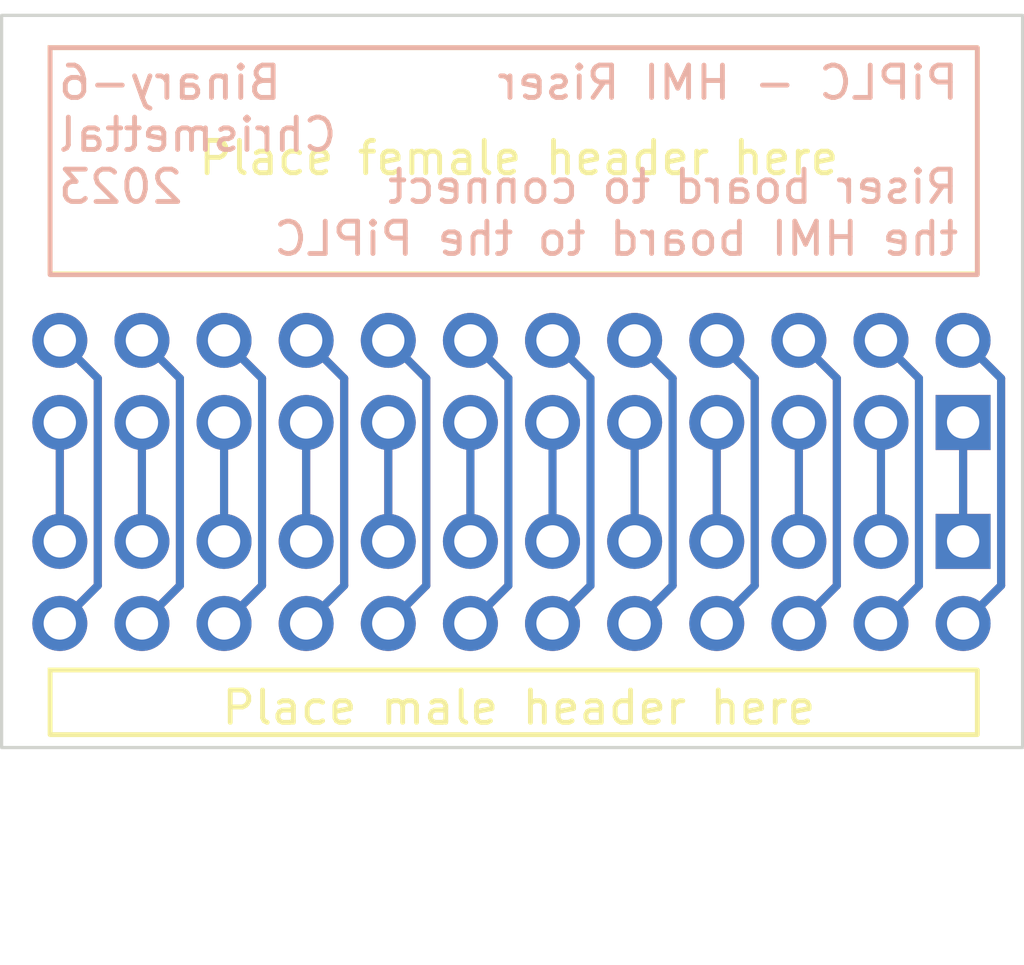
<source format=kicad_pcb>
(kicad_pcb (version 20221018) (generator pcbnew)
  (layers (0 "F.Cu" signal) (31 "B.Cu" signal) (34 "B.Paste" user) (35 "F.Paste" user) (36 "B.SilkS" user "B.Silkscreen") (37 "F.SilkS" user "F.Silkscreen") (38 "B.Mask" user) (39 "F.Mask" user) (44 "Edge.Cuts" user))
  (net 0 "")
  (net 1 "Net-(J1-Pin_1)")
  (net 2 "Net-(J1-Pin_2)")
  (net 3 "Net-(J1-Pin_3)")
  (net 4 "Net-(J1-Pin_4)")
  (net 5 "Net-(J1-Pin_5)")
  (net 6 "Net-(J1-Pin_6)")
  (net 7 "Net-(J1-Pin_7)")
  (net 8 "Net-(J1-Pin_8)")
  (net 9 "Net-(J1-Pin_9)")
  (net 10 "Net-(J1-Pin_10)")
  (net 11 "Net-(J1-Pin_11)")
  (net 12 "Net-(J1-Pin_12)")
  (net 13 "Net-(J1-Pin_13)")
  (net 14 "Net-(J1-Pin_14)")
  (net 15 "Net-(J1-Pin_15)")
  (net 16 "Net-(J1-Pin_16)")
  (net 17 "Net-(J1-Pin_17)")
  (net 18 "Net-(J1-Pin_18)")
  (net 19 "Net-(J1-Pin_19)")
  (net 20 "Net-(J1-Pin_20)")
  (net 21 "Net-(J1-Pin_21)")
  (net 22 "Net-(J1-Pin_22)")
  (net 23 "Net-(J1-Pin_23)")
  (net 24 "Net-(J1-Pin_24)")
  (footprint "Connector_PinHeader_2.54mm:PinHeader_2x12_P2.54mm_Horizontal" (layer "F.Cu") (at 136.94 101.68 -90)
    (fp_text reference "J1" hide)
    (fp_text value "Male" hide)
    (pad "1" thru_hole rect (at 0 0 270) (size 1.7 1.7) (drill 1) (layers "*.Cu" "*.Mask") (net 1 "Net-(J1-Pin_1)"))
    (pad "2" thru_hole oval (at 2.54 0 270) (size 1.7 1.7) (drill 1) (layers "*.Cu" "*.Mask") (net 2 "Net-(J1-Pin_2)"))
    (pad "3" thru_hole oval (at 0 2.54 270) (size 1.7 1.7) (drill 1) (layers "*.Cu" "*.Mask") (net 3 "Net-(J1-Pin_3)"))
    (pad "4" thru_hole oval (at 2.54 2.54 270) (size 1.7 1.7) (drill 1) (layers "*.Cu" "*.Mask") (net 4 "Net-(J1-Pin_4)"))
    (pad "5" thru_hole oval (at 0 5.08 270) (size 1.7 1.7) (drill 1) (layers "*.Cu" "*.Mask") (net 5 "Net-(J1-Pin_5)"))
    (pad "6" thru_hole oval (at 2.54 5.08 270) (size 1.7 1.7) (drill 1) (layers "*.Cu" "*.Mask") (net 6 "Net-(J1-Pin_6)"))
    (pad "7" thru_hole oval (at 0 7.62 270) (size 1.7 1.7) (drill 1) (layers "*.Cu" "*.Mask") (net 7 "Net-(J1-Pin_7)"))
    (pad "8" thru_hole oval (at 2.54 7.62 270) (size 1.7 1.7) (drill 1) (layers "*.Cu" "*.Mask") (net 8 "Net-(J1-Pin_8)"))
    (pad "9" thru_hole oval (at 0 10.16 270) (size 1.7 1.7) (drill 1) (layers "*.Cu" "*.Mask") (net 9 "Net-(J1-Pin_9)"))
    (pad "10" thru_hole oval (at 2.54 10.16 270) (size 1.7 1.7) (drill 1) (layers "*.Cu" "*.Mask") (net 10 "Net-(J1-Pin_10)"))
    (pad "11" thru_hole oval (at 0 12.7 270) (size 1.7 1.7) (drill 1) (layers "*.Cu" "*.Mask") (net 11 "Net-(J1-Pin_11)"))
    (pad "12" thru_hole oval (at 2.54 12.7 270) (size 1.7 1.7) (drill 1) (layers "*.Cu" "*.Mask") (net 12 "Net-(J1-Pin_12)"))
    (pad "13" thru_hole oval (at 0 15.24 270) (size 1.7 1.7) (drill 1) (layers "*.Cu" "*.Mask") (net 13 "Net-(J1-Pin_13)"))
    (pad "14" thru_hole oval (at 2.54 15.24 270) (size 1.7 1.7) (drill 1) (layers "*.Cu" "*.Mask") (net 14 "Net-(J1-Pin_14)"))
    (pad "15" thru_hole oval (at 0 17.78 270) (size 1.7 1.7) (drill 1) (layers "*.Cu" "*.Mask") (net 15 "Net-(J1-Pin_15)"))
    (pad "16" thru_hole oval (at 2.54 17.78 270) (size 1.7 1.7) (drill 1) (layers "*.Cu" "*.Mask") (net 16 "Net-(J1-Pin_16)"))
    (pad "17" thru_hole oval (at 0 20.32 270) (size 1.7 1.7) (drill 1) (layers "*.Cu" "*.Mask") (net 17 "Net-(J1-Pin_17)"))
    (pad "18" thru_hole oval (at 2.54 20.32 270) (size 1.7 1.7) (drill 1) (layers "*.Cu" "*.Mask") (net 18 "Net-(J1-Pin_18)"))
    (pad "19" thru_hole oval (at 0 22.86 270) (size 1.7 1.7) (drill 1) (layers "*.Cu" "*.Mask") (net 19 "Net-(J1-Pin_19)"))
    (pad "20" thru_hole oval (at 2.54 22.86 270) (size 1.7 1.7) (drill 1) (layers "*.Cu" "*.Mask") (net 20 "Net-(J1-Pin_20)"))
    (pad "21" thru_hole oval (at 0 25.4 270) (size 1.7 1.7) (drill 1) (layers "*.Cu" "*.Mask") (net 21 "Net-(J1-Pin_21)"))
    (pad "22" thru_hole oval (at 2.54 25.4 270) (size 1.7 1.7) (drill 1) (layers "*.Cu" "*.Mask") (net 22 "Net-(J1-Pin_22)"))
    (pad "23" thru_hole oval (at 0 27.94 270) (size 1.7 1.7) (drill 1) (layers "*.Cu" "*.Mask") (net 23 "Net-(J1-Pin_23)"))
    (pad "24" thru_hole oval (at 2.54 27.94 270) (size 1.7 1.7) (drill 1) (layers "*.Cu" "*.Mask") (net 24 "Net-(J1-Pin_24)"))
  )
  (footprint "Connector_PinSocket_2.54mm:PinSocket_2x12_P2.54mm_Horizontal" (layer "F.Cu") (at 136.94 98 -90)
    (fp_text reference "J2" hide)
    (fp_text value "Female" hide)
    (pad "1" thru_hole rect (at 0 0 270) (size 1.7 1.7) (drill 1) (layers "*.Cu" "*.Mask") (net 1 "Net-(J1-Pin_1)"))
    (pad "2" thru_hole oval (at -2.54 0 270) (size 1.7 1.7) (drill 1) (layers "*.Cu" "*.Mask") (net 2 "Net-(J1-Pin_2)"))
    (pad "3" thru_hole oval (at 0 2.54 270) (size 1.7 1.7) (drill 1) (layers "*.Cu" "*.Mask") (net 3 "Net-(J1-Pin_3)"))
    (pad "4" thru_hole oval (at -2.54 2.54 270) (size 1.7 1.7) (drill 1) (layers "*.Cu" "*.Mask") (net 4 "Net-(J1-Pin_4)"))
    (pad "5" thru_hole oval (at 0 5.08 270) (size 1.7 1.7) (drill 1) (layers "*.Cu" "*.Mask") (net 5 "Net-(J1-Pin_5)"))
    (pad "6" thru_hole oval (at -2.54 5.08 270) (size 1.7 1.7) (drill 1) (layers "*.Cu" "*.Mask") (net 6 "Net-(J1-Pin_6)"))
    (pad "7" thru_hole oval (at 0 7.62 270) (size 1.7 1.7) (drill 1) (layers "*.Cu" "*.Mask") (net 7 "Net-(J1-Pin_7)"))
    (pad "8" thru_hole oval (at -2.54 7.62 270) (size 1.7 1.7) (drill 1) (layers "*.Cu" "*.Mask") (net 8 "Net-(J1-Pin_8)"))
    (pad "9" thru_hole oval (at 0 10.16 270) (size 1.7 1.7) (drill 1) (layers "*.Cu" "*.Mask") (net 9 "Net-(J1-Pin_9)"))
    (pad "10" thru_hole oval (at -2.54 10.16 270) (size 1.7 1.7) (drill 1) (layers "*.Cu" "*.Mask") (net 10 "Net-(J1-Pin_10)"))
    (pad "11" thru_hole oval (at 0 12.7 270) (size 1.7 1.7) (drill 1) (layers "*.Cu" "*.Mask") (net 11 "Net-(J1-Pin_11)"))
    (pad "12" thru_hole oval (at -2.54 12.7 270) (size 1.7 1.7) (drill 1) (layers "*.Cu" "*.Mask") (net 12 "Net-(J1-Pin_12)"))
    (pad "13" thru_hole oval (at 0 15.24 270) (size 1.7 1.7) (drill 1) (layers "*.Cu" "*.Mask") (net 13 "Net-(J1-Pin_13)"))
    (pad "14" thru_hole oval (at -2.54 15.24 270) (size 1.7 1.7) (drill 1) (layers "*.Cu" "*.Mask") (net 14 "Net-(J1-Pin_14)"))
    (pad "15" thru_hole oval (at 0 17.78 270) (size 1.7 1.7) (drill 1) (layers "*.Cu" "*.Mask") (net 15 "Net-(J1-Pin_15)"))
    (pad "16" thru_hole oval (at -2.54 17.78 270) (size 1.7 1.7) (drill 1) (layers "*.Cu" "*.Mask") (net 16 "Net-(J1-Pin_16)"))
    (pad "17" thru_hole oval (at 0 20.32 270) (size 1.7 1.7) (drill 1) (layers "*.Cu" "*.Mask") (net 17 "Net-(J1-Pin_17)"))
    (pad "18" thru_hole oval (at -2.54 20.32 270) (size 1.7 1.7) (drill 1) (layers "*.Cu" "*.Mask") (net 18 "Net-(J1-Pin_18)"))
    (pad "19" thru_hole oval (at 0 22.86 270) (size 1.7 1.7) (drill 1) (layers "*.Cu" "*.Mask") (net 19 "Net-(J1-Pin_19)"))
    (pad "20" thru_hole oval (at -2.54 22.86 270) (size 1.7 1.7) (drill 1) (layers "*.Cu" "*.Mask") (net 20 "Net-(J1-Pin_20)"))
    (pad "21" thru_hole oval (at 0 25.4 270) (size 1.7 1.7) (drill 1) (layers "*.Cu" "*.Mask") (net 21 "Net-(J1-Pin_21)"))
    (pad "22" thru_hole oval (at -2.54 25.4 270) (size 1.7 1.7) (drill 1) (layers "*.Cu" "*.Mask") (net 22 "Net-(J1-Pin_22)"))
    (pad "23" thru_hole oval (at 0 27.94 270) (size 1.7 1.7) (drill 1) (layers "*.Cu" "*.Mask") (net 23 "Net-(J1-Pin_23)"))
    (pad "24" thru_hole oval (at -2.54 27.94 270) (size 1.7 1.7) (drill 1) (layers "*.Cu" "*.Mask") (net 24 "Net-(J1-Pin_24)"))
  )
  (gr_rect (start 108.7 86.4) (end 137.38 93.4254) (stroke (width 0.15)) (fill none) (layer "B.SilkS"))
  (gr_rect (start 108.7 86.4) (end 137.38 93.4) (stroke (width 0.15)) (fill none) (layer "F.SilkS"))
  (gr_rect (start 108.7 105.66) (end 137.38 107.66) (stroke (width 0.15)) (fill none) (layer "F.SilkS"))
  (gr_rect (start 107.2 85.4) (end 138.78 108.06) (stroke (width 0.1)) (fill none) (layer "Edge.Cuts"))
  (gr_text "Binary-6\nChrismettal\n2023" (at 108.88 86.9) (layer "B.SilkS") (effects (font (size 1 1)) (justify right top mirror)))
  (gr_text "PiPLC - HMI Riser\n\nRiser board to connect \nthe HMI board to the PiPLC" (at 136.88 86.9) (layer "B.SilkS") (effects (font (size 1 1)) (justify left top mirror)))
  (gr_text "Place female header here" (at 123.2 90.4) (layer "F.SilkS") (effects (font (size 1 1)) (justify bottom)))
  (gr_text "Place male header here" (at 123.2 107.41) (layer "F.SilkS") (effects (font (size 1 1)) (justify bottom)))
  (segment (start 136.94 101.68) (end 136.94 98) (width 0.25) (layer "F.Cu") (net 1))
  (segment (start 136.94 98) (end 136.94 101.68) (width 0.25) (layer "B.Cu") (net 1))
  (segment (start 136.94 104.22) (end 138.115 103.045) (width 0.25) (layer "F.Cu") (net 2))
  (segment (start 138.115 96.635) (end 136.94 95.46) (width 0.25) (layer "F.Cu") (net 2))
  (segment (start 138.115 103.045) (end 138.115 96.635) (width 0.25) (layer "F.Cu") (net 2))
  (segment (start 138.115 103.045) (end 136.94 104.22) (width 0.25) (layer "B.Cu") (net 2))
  (segment (start 138.115 96.635) (end 138.115 103.045) (width 0.25) (layer "B.Cu") (net 2))
  (segment (start 136.94 95.46) (end 138.115 96.635) (width 0.25) (layer "B.Cu") (net 2))
  (segment (start 134.4 98) (end 134.4 101.68) (width 0.25) (layer "F.Cu") (net 3))
  (segment (start 134.4 101.68) (end 134.4 98) (width 0.25) (layer "B.Cu") (net 3))
  (segment (start 134.4 95.46) (end 135.575 96.635) (width 0.25) (layer "F.Cu") (net 4))
  (segment (start 135.575 103.045) (end 134.4 104.22) (width 0.25) (layer "F.Cu") (net 4))
  (segment (start 135.575 96.635) (end 135.575 103.045) (width 0.25) (layer "F.Cu") (net 4))
  (segment (start 134.4 104.22) (end 135.575 103.045) (width 0.25) (layer "B.Cu") (net 4))
  (segment (start 135.575 103.045) (end 135.575 96.635) (width 0.25) (layer "B.Cu") (net 4))
  (segment (start 135.575 96.635) (end 134.4 95.46) (width 0.25) (layer "B.Cu") (net 4))
  (segment (start 131.86 101.68) (end 131.86 98) (width 0.25) (layer "F.Cu") (net 5))
  (segment (start 131.86 98) (end 131.86 101.68) (width 0.25) (layer "B.Cu") (net 5))
  (segment (start 133.035 96.635) (end 131.86 95.46) (width 0.25) (layer "F.Cu") (net 6))
  (segment (start 131.86 104.22) (end 133.035 103.045) (width 0.25) (layer "F.Cu") (net 6))
  (segment (start 133.035 103.045) (end 133.035 96.635) (width 0.25) (layer "F.Cu") (net 6))
  (segment (start 133.035 96.635) (end 133.035 103.045) (width 0.25) (layer "B.Cu") (net 6))
  (segment (start 133.035 103.045) (end 131.86 104.22) (width 0.25) (layer "B.Cu") (net 6))
  (segment (start 131.86 95.46) (end 133.035 96.635) (width 0.25) (layer "B.Cu") (net 6))
  (segment (start 129.32 98) (end 129.32 101.68) (width 0.25) (layer "F.Cu") (net 7))
  (segment (start 129.32 101.68) (end 129.32 98) (width 0.25) (layer "B.Cu") (net 7))
  (segment (start 129.32 95.46) (end 130.495 96.635) (width 0.25) (layer "F.Cu") (net 8))
  (segment (start 130.495 103.045) (end 129.32 104.22) (width 0.25) (layer "F.Cu") (net 8))
  (segment (start 130.495 96.635) (end 130.495 103.045) (width 0.25) (layer "F.Cu") (net 8))
  (segment (start 129.32 104.22) (end 130.495 103.045) (width 0.25) (layer "B.Cu") (net 8))
  (segment (start 130.495 96.635) (end 129.32 95.46) (width 0.25) (layer "B.Cu") (net 8))
  (segment (start 130.495 103.045) (end 130.495 96.635) (width 0.25) (layer "B.Cu") (net 8))
  (segment (start 126.78 101.68) (end 126.78 98) (width 0.25) (layer "F.Cu") (net 9))
  (segment (start 126.78 98) (end 126.78 101.68) (width 0.25) (layer "B.Cu") (net 9))
  (segment (start 127.955 103.045) (end 127.955 96.635) (width 0.25) (layer "F.Cu") (net 10))
  (segment (start 126.78 104.22) (end 127.955 103.045) (width 0.25) (layer "F.Cu") (net 10))
  (segment (start 127.955 96.635) (end 126.78 95.46) (width 0.25) (layer "F.Cu") (net 10))
  (segment (start 126.78 95.46) (end 127.955 96.635) (width 0.25) (layer "B.Cu") (net 10))
  (segment (start 127.955 96.635) (end 127.955 103.045) (width 0.25) (layer "B.Cu") (net 10))
  (segment (start 127.955 103.045) (end 126.78 104.22) (width 0.25) (layer "B.Cu") (net 10))
  (segment (start 124.24 98) (end 124.24 101.68) (width 0.25) (layer "F.Cu") (net 11))
  (segment (start 124.24 101.68) (end 124.24 98) (width 0.25) (layer "B.Cu") (net 11))
  (segment (start 124.24 95.46) (end 125.415 96.635) (width 0.25) (layer "F.Cu") (net 12))
  (segment (start 125.415 96.635) (end 125.415 103.045) (width 0.25) (layer "F.Cu") (net 12))
  (segment (start 125.415 103.045) (end 124.24 104.22) (width 0.25) (layer "F.Cu") (net 12))
  (segment (start 125.415 96.635) (end 124.24 95.46) (width 0.25) (layer "B.Cu") (net 12))
  (segment (start 125.415 103.045) (end 125.415 96.635) (width 0.25) (layer "B.Cu") (net 12))
  (segment (start 124.24 104.22) (end 125.415 103.045) (width 0.25) (layer "B.Cu") (net 12))
  (segment (start 121.7 101.68) (end 121.7 98) (width 0.25) (layer "F.Cu") (net 13))
  (segment (start 121.7 98) (end 121.7 101.68) (width 0.25) (layer "B.Cu") (net 13))
  (segment (start 121.7 104.22) (end 122.875 103.045) (width 0.25) (layer "F.Cu") (net 14))
  (segment (start 122.875 103.045) (end 122.875 96.635) (width 0.25) (layer "F.Cu") (net 14))
  (segment (start 122.875 96.635) (end 121.7 95.46) (width 0.25) (layer "F.Cu") (net 14))
  (segment (start 121.7 95.46) (end 122.875 96.635) (width 0.25) (layer "B.Cu") (net 14))
  (segment (start 122.875 103.045) (end 121.7 104.22) (width 0.25) (layer "B.Cu") (net 14))
  (segment (start 122.875 96.635) (end 122.875 103.045) (width 0.25) (layer "B.Cu") (net 14))
  (segment (start 119.16 98) (end 119.16 101.68) (width 0.25) (layer "F.Cu") (net 15))
  (segment (start 119.16 101.68) (end 119.16 98) (width 0.25) (layer "B.Cu") (net 15))
  (segment (start 119.16 95.46) (end 120.335 96.635) (width 0.25) (layer "F.Cu") (net 16))
  (segment (start 120.335 103.045) (end 119.16 104.22) (width 0.25) (layer "F.Cu") (net 16))
  (segment (start 120.335 96.635) (end 120.335 103.045) (width 0.25) (layer "F.Cu") (net 16))
  (segment (start 120.335 103.045) (end 119.16 104.22) (width 0.25) (layer "B.Cu") (net 16))
  (segment (start 119.16 95.46) (end 120.335 96.635) (width 0.25) (layer "B.Cu") (net 16))
  (segment (start 120.335 96.635) (end 120.335 103.045) (width 0.25) (layer "B.Cu") (net 16))
  (segment (start 116.62 101.68) (end 116.62 98) (width 0.25) (layer "F.Cu") (net 17))
  (segment (start 116.62 98) (end 116.62 101.68) (width 0.25) (layer "B.Cu") (net 17))
  (segment (start 117.795 103.045) (end 117.795 96.635) (width 0.25) (layer "F.Cu") (net 18))
  (segment (start 116.62 104.22) (end 117.795 103.045) (width 0.25) (layer "F.Cu") (net 18))
  (segment (start 117.795 96.635) (end 116.62 95.46) (width 0.25) (layer "F.Cu") (net 18))
  (segment (start 116.62 104.22) (end 117.795 103.045) (width 0.25) (layer "B.Cu") (net 18))
  (segment (start 117.795 96.635) (end 116.62 95.46) (width 0.25) (layer "B.Cu") (net 18))
  (segment (start 117.795 103.045) (end 117.795 96.635) (width 0.25) (layer "B.Cu") (net 18))
  (segment (start 114.08 98) (end 114.08 101.68) (width 0.25) (layer "F.Cu") (net 19))
  (segment (start 114.08 98) (end 114.08 101.68) (width 0.25) (layer "B.Cu") (net 19))
  (segment (start 114.08 95.46) (end 115.255 96.635) (width 0.25) (layer "F.Cu") (net 20))
  (segment (start 115.255 96.635) (end 115.255 103.045) (width 0.25) (layer "F.Cu") (net 20))
  (segment (start 115.255 103.045) (end 114.08 104.22) (width 0.25) (layer "F.Cu") (net 20))
  (segment (start 115.255 96.635) (end 115.255 103.045) (width 0.25) (layer "B.Cu") (net 20))
  (segment (start 114.08 95.46) (end 115.255 96.635) (width 0.25) (layer "B.Cu") (net 20))
  (segment (start 115.255 103.045) (end 114.08 104.22) (width 0.25) (layer "B.Cu") (net 20))
  (segment (start 111.54 101.68) (end 111.54 98) (width 0.25) (layer "F.Cu") (net 21))
  (segment (start 111.54 98) (end 111.54 101.68) (width 0.25) (layer "B.Cu") (net 21))
  (segment (start 112.715 96.635) (end 111.54 95.46) (width 0.25) (layer "F.Cu") (net 22))
  (segment (start 111.54 104.22) (end 112.715 103.045) (width 0.25) (layer "F.Cu") (net 22))
  (segment (start 112.715 103.045) (end 112.715 96.635) (width 0.25) (layer "F.Cu") (net 22))
  (segment (start 112.715 103.045) (end 112.715 96.635) (width 0.25) (layer "B.Cu") (net 22))
  (segment (start 112.715 96.635) (end 111.54 95.46) (width 0.25) (layer "B.Cu") (net 22))
  (segment (start 111.54 104.22) (end 112.715 103.045) (width 0.25) (layer "B.Cu") (net 22))
  (segment (start 109 98) (end 109 101.68) (width 0.25) (layer "F.Cu") (net 23))
  (segment (start 109 101.68) (end 109 98) (width 0.25) (layer "B.Cu") (net 23))
  (segment (start 110.175 96.635) (end 110.175 103.045) (width 0.25) (layer "F.Cu") (net 24))
  (segment (start 110.175 103.045) (end 109 104.22) (width 0.25) (layer "F.Cu") (net 24))
  (segment (start 109 95.46) (end 110.175 96.635) (width 0.25) (layer "F.Cu") (net 24))
  (segment (start 110.175 103.045) (end 109 104.22) (width 0.25) (layer "B.Cu") (net 24))
  (segment (start 109 95.46) (end 110.175 96.635) (width 0.25) (layer "B.Cu") (net 24))
  (segment (start 110.175 96.635) (end 110.175 103.045) (width 0.25) (layer "B.Cu") (net 24))
)
</source>
